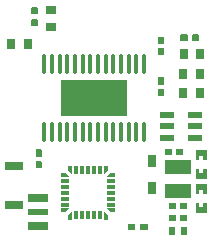
<source format=gtp>
G04 Layer: TopPasteMaskLayer*
G04 EasyEDA v6.5.22, 2022-11-24 13:33:34*
G04 a569f08a9e4f4569b8c6db444d38c7d5,dbbd32702ee04327bcd14b3349a77860,10*
G04 Gerber Generator version 0.2*
G04 Scale: 100 percent, Rotated: No, Reflected: No *
G04 Dimensions in millimeters *
G04 leading zeros omitted , absolute positions ,4 integer and 5 decimal *
%FSLAX45Y45*%
%MOMM*%

%AMMACRO1*4,1,4,-0.35,0.15,0.35,0.15,0.35,-0.15,-0.35,-0.15,-0.35,0.15,0*%
%AMMACRO2*4,1,5,-0.0875,0.15,0.3375,0.15,0.3375,-0.15,-0.3375,-0.15,-0.3375,-0.1,-0.0875,0.15,0*%
%AMMACRO3*4,1,5,0.15,-0.0875,0.15,0.3375,-0.15,0.3375,-0.15,-0.3375,-0.1,-0.3375,0.15,-0.0875,0*%
%AMMACRO4*4,1,5,0.0875,0.15,-0.3375,0.15,-0.3375,-0.15,0.3375,-0.15,0.3375,-0.1,0.0875,0.15,0*%
%AMMACRO5*4,1,5,-0.15,-0.0875,-0.15,0.3375,0.15,0.3375,0.15,-0.3375,0.1,-0.3375,-0.15,-0.0875,0*%
%AMMACRO6*4,1,5,-0.15,0.0875,-0.15,-0.3375,0.15,-0.3375,0.15,0.3375,0.1,0.3375,-0.15,0.0875,0*%
%AMMACRO7*4,1,5,0.0875,-0.15,-0.3375,-0.15,-0.3375,0.15,0.3375,0.15,0.3375,0.1,0.0875,-0.15,0*%
%AMMACRO8*4,1,5,-0.0875,-0.15,0.3375,-0.15,0.3375,0.15,-0.3375,0.15,-0.3375,0.1,-0.0875,-0.15,0*%
%AMMACRO9*4,1,5,0.15,0.0875,0.15,-0.3375,-0.15,-0.3375,-0.15,0.3375,-0.1,0.3375,0.15,0.0875,0*%
%ADD10R,0.9000X0.8000*%
%ADD11R,0.7500X1.0000*%
%ADD12R,2.2000X1.2000*%
%ADD13R,1.2000X0.5500*%
%ADD14R,0.5000X0.8000*%
%ADD15R,1.5240X0.8000*%
%ADD16O,0.3430016X1.7314926000000002*%
%ADD17R,5.6000X3.1000*%
%ADD18R,0.3000X0.7000*%
%ADD19R,0.7000X0.3000*%
%ADD20MACRO1*%
%ADD21MACRO2*%
%ADD22MACRO3*%
%ADD23MACRO4*%
%ADD24MACRO5*%
%ADD25MACRO6*%
%ADD26MACRO7*%
%ADD27MACRO8*%
%ADD28MACRO9*%
%ADD29R,1.7000X0.6500*%
%ADD30R,1.7000X0.5000*%
%ADD31R,0.8000X0.9000*%

%LPD*%
G36*
X1400200Y-1255217D02*
G01*
X1395222Y-1260195D01*
X1395222Y-1305204D01*
X1400200Y-1310182D01*
X1448206Y-1310182D01*
X1455216Y-1305204D01*
X1455216Y-1260195D01*
X1448206Y-1255217D01*
G37*
G36*
X1498193Y-1255217D02*
G01*
X1491183Y-1260195D01*
X1491183Y-1305204D01*
X1498193Y-1310182D01*
X1546199Y-1310182D01*
X1551178Y-1305204D01*
X1551178Y-1260195D01*
X1546199Y-1255217D01*
G37*
G36*
X1666290Y-1263548D02*
G01*
X1661312Y-1268577D01*
X1661312Y-1348536D01*
X1666290Y-1353566D01*
X1689100Y-1353566D01*
X1689100Y-1316532D01*
X1722069Y-1316532D01*
X1722069Y-1353566D01*
X1746300Y-1353566D01*
X1751279Y-1348536D01*
X1751279Y-1268577D01*
X1746300Y-1263548D01*
G37*
G36*
X1666290Y-1423568D02*
G01*
X1661312Y-1428546D01*
X1661312Y-1507540D01*
X1666290Y-1512570D01*
X1746300Y-1512570D01*
X1751279Y-1507540D01*
X1751279Y-1428546D01*
X1746300Y-1423568D01*
X1722069Y-1423568D01*
X1722069Y-1461566D01*
X1689100Y-1461566D01*
X1689100Y-1423568D01*
G37*
G36*
X1666290Y-1710791D02*
G01*
X1661312Y-1715770D01*
X1661312Y-1795780D01*
X1666290Y-1800758D01*
X1746300Y-1800758D01*
X1751279Y-1795780D01*
X1751279Y-1715770D01*
X1746300Y-1710791D01*
X1723491Y-1710791D01*
X1723491Y-1747774D01*
X1690471Y-1747774D01*
X1690471Y-1710791D01*
G37*
G36*
X1666290Y-1551787D02*
G01*
X1661312Y-1556766D01*
X1661312Y-1635760D01*
X1666290Y-1640789D01*
X1690471Y-1640789D01*
X1690471Y-1602790D01*
X1723491Y-1602790D01*
X1723491Y-1640789D01*
X1746300Y-1640789D01*
X1751279Y-1635760D01*
X1751279Y-1556766D01*
X1746300Y-1551787D01*
G37*
G36*
X1193393Y-1890217D02*
G01*
X1188415Y-1895195D01*
X1188415Y-1940204D01*
X1193393Y-1945182D01*
X1246378Y-1945182D01*
X1251407Y-1940204D01*
X1251407Y-1895195D01*
X1246378Y-1890217D01*
G37*
G36*
X1090422Y-1890217D02*
G01*
X1085392Y-1895195D01*
X1085392Y-1940204D01*
X1090422Y-1945182D01*
X1143406Y-1945182D01*
X1148384Y-1940204D01*
X1148384Y-1895195D01*
X1143406Y-1890217D01*
G37*
G36*
X1438300Y-1712417D02*
G01*
X1433322Y-1717395D01*
X1433322Y-1762404D01*
X1438300Y-1767382D01*
X1486306Y-1767382D01*
X1493316Y-1762404D01*
X1493316Y-1717395D01*
X1486306Y-1712417D01*
G37*
G36*
X1536293Y-1712417D02*
G01*
X1529283Y-1717395D01*
X1529283Y-1762404D01*
X1536293Y-1767382D01*
X1584299Y-1767382D01*
X1589278Y-1762404D01*
X1589278Y-1717395D01*
X1584299Y-1712417D01*
G37*
G36*
X1342542Y-308305D02*
G01*
X1337564Y-313283D01*
X1337564Y-361289D01*
X1342542Y-368300D01*
X1387551Y-368300D01*
X1392529Y-361289D01*
X1392529Y-313283D01*
X1387551Y-308305D01*
G37*
G36*
X1342542Y-404266D02*
G01*
X1337564Y-411276D01*
X1337564Y-459282D01*
X1342542Y-464312D01*
X1387551Y-464312D01*
X1392529Y-459282D01*
X1392529Y-411276D01*
X1387551Y-404266D01*
G37*
G36*
X1633220Y-287731D02*
G01*
X1626209Y-292760D01*
X1626209Y-337718D01*
X1633220Y-342747D01*
X1681225Y-342747D01*
X1686204Y-337718D01*
X1686204Y-292760D01*
X1681225Y-287731D01*
G37*
G36*
X1535226Y-287731D02*
G01*
X1530197Y-292760D01*
X1530197Y-337718D01*
X1535226Y-342747D01*
X1583232Y-342747D01*
X1590243Y-337718D01*
X1590243Y-292760D01*
X1583232Y-287731D01*
G37*
G36*
X1438300Y-1814017D02*
G01*
X1433322Y-1818995D01*
X1433322Y-1864004D01*
X1438300Y-1868982D01*
X1486306Y-1868982D01*
X1493316Y-1864004D01*
X1493316Y-1818995D01*
X1486306Y-1814017D01*
G37*
G36*
X1536293Y-1814017D02*
G01*
X1529283Y-1818995D01*
X1529283Y-1864004D01*
X1536293Y-1868982D01*
X1584299Y-1868982D01*
X1589278Y-1864004D01*
X1589278Y-1818995D01*
X1584299Y-1814017D01*
G37*
G36*
X307746Y-1261008D02*
G01*
X302768Y-1266037D01*
X302768Y-1313992D01*
X307746Y-1321003D01*
X352755Y-1321003D01*
X357733Y-1313992D01*
X357733Y-1266037D01*
X352755Y-1261008D01*
G37*
G36*
X307746Y-1357020D02*
G01*
X302768Y-1364030D01*
X302768Y-1412036D01*
X307746Y-1417015D01*
X352755Y-1417015D01*
X357733Y-1412036D01*
X357733Y-1364030D01*
X352755Y-1357020D01*
G37*
G36*
X1343558Y-747572D02*
G01*
X1338529Y-754532D01*
X1338529Y-802538D01*
X1343558Y-807567D01*
X1388516Y-807567D01*
X1393545Y-802538D01*
X1393545Y-754532D01*
X1388516Y-747572D01*
G37*
G36*
X1343558Y-651560D02*
G01*
X1338529Y-656539D01*
X1338529Y-704545D01*
X1343558Y-711555D01*
X1388516Y-711555D01*
X1393545Y-704545D01*
X1393545Y-656539D01*
X1388516Y-651560D01*
G37*
G36*
X273710Y-58115D02*
G01*
X268732Y-63093D01*
X268732Y-111099D01*
X273710Y-118110D01*
X318719Y-118110D01*
X323748Y-111099D01*
X323748Y-63093D01*
X318719Y-58115D01*
G37*
G36*
X273710Y-154127D02*
G01*
X268732Y-161086D01*
X268732Y-209092D01*
X273710Y-214121D01*
X318719Y-214121D01*
X323748Y-209092D01*
X323748Y-161086D01*
X318719Y-154127D01*
G37*
D10*
G01*
X431317Y-222122D03*
G01*
X431317Y-82118D03*
D11*
G01*
X1290980Y-1591386D03*
G01*
X1290980Y-1356868D03*
D12*
G01*
X1511300Y-1408480D03*
G01*
X1511300Y-1614119D03*
D13*
G01*
X1416710Y-1161795D03*
G01*
X1416710Y-971804D03*
G01*
X1656689Y-971804D03*
G01*
X1656689Y-1066800D03*
G01*
X1656689Y-1161795D03*
G01*
X1416710Y-1066800D03*
D14*
G01*
X1561312Y-1955800D03*
G01*
X1461312Y-1955800D03*
D15*
G01*
X121081Y-1729231D03*
G01*
X121081Y-1399133D03*
D16*
G01*
X1222120Y-541045D03*
G01*
X1157122Y-541045D03*
G01*
X1092123Y-541045D03*
G01*
X1027125Y-541045D03*
G01*
X962126Y-541045D03*
G01*
X897128Y-541045D03*
G01*
X832104Y-541045D03*
G01*
X767105Y-541045D03*
G01*
X702106Y-541045D03*
G01*
X637108Y-541045D03*
G01*
X572109Y-541045D03*
G01*
X507111Y-541045D03*
G01*
X442112Y-541045D03*
G01*
X377113Y-541045D03*
G01*
X1222120Y-1114196D03*
G01*
X1157122Y-1114196D03*
G01*
X1092123Y-1114196D03*
G01*
X1027125Y-1114196D03*
G01*
X962126Y-1114196D03*
G01*
X897128Y-1114196D03*
G01*
X832104Y-1114196D03*
G01*
X767105Y-1114196D03*
G01*
X702106Y-1114196D03*
G01*
X637108Y-1114196D03*
G01*
X572109Y-1114196D03*
G01*
X507111Y-1114196D03*
G01*
X442112Y-1114196D03*
G01*
X377113Y-1114196D03*
D17*
G01*
X799617Y-827608D03*
D18*
G01*
X646556Y-1819732D03*
G01*
X696569Y-1819732D03*
G01*
X746556Y-1819732D03*
G01*
X796569Y-1819732D03*
G01*
X846556Y-1819732D03*
D19*
G01*
X939063Y-1727225D03*
G01*
X939063Y-1677238D03*
G01*
X939063Y-1627225D03*
G01*
X939063Y-1577238D03*
G01*
X939063Y-1527225D03*
D18*
G01*
X846556Y-1434744D03*
G01*
X796569Y-1434744D03*
G01*
X746556Y-1434744D03*
G01*
X696569Y-1434744D03*
G01*
X646556Y-1434744D03*
D20*
G01*
X554065Y-1527237D03*
D19*
G01*
X554075Y-1577238D03*
G01*
X554075Y-1627225D03*
G01*
X554075Y-1677238D03*
G01*
X554075Y-1727225D03*
D21*
G01*
X940320Y-1477236D03*
D22*
G01*
X896566Y-1433485D03*
D23*
G01*
X552817Y-1477237D03*
D24*
G01*
X596567Y-1433482D03*
D25*
G01*
X596567Y-1820985D03*
D26*
G01*
X552813Y-1777235D03*
D27*
G01*
X940316Y-1777235D03*
D28*
G01*
X896566Y-1820989D03*
D29*
G01*
X322249Y-1911350D03*
D30*
G01*
X322249Y-1791360D03*
D29*
G01*
X322249Y-1671370D03*
D31*
G01*
X1556232Y-455345D03*
G01*
X1696237Y-455345D03*
G01*
X1552244Y-783589D03*
G01*
X1692224Y-783589D03*
G01*
X1554226Y-619480D03*
G01*
X1694230Y-619480D03*
G01*
X236118Y-368045D03*
G01*
X96113Y-368045D03*
M02*

</source>
